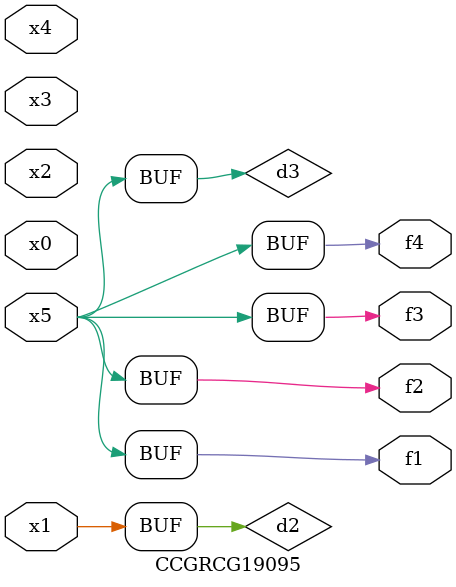
<source format=v>
module CCGRCG19095(
	input x0, x1, x2, x3, x4, x5,
	output f1, f2, f3, f4
);

	wire d1, d2, d3;

	not (d1, x5);
	or (d2, x1);
	xnor (d3, d1);
	assign f1 = d3;
	assign f2 = d3;
	assign f3 = d3;
	assign f4 = d3;
endmodule

</source>
